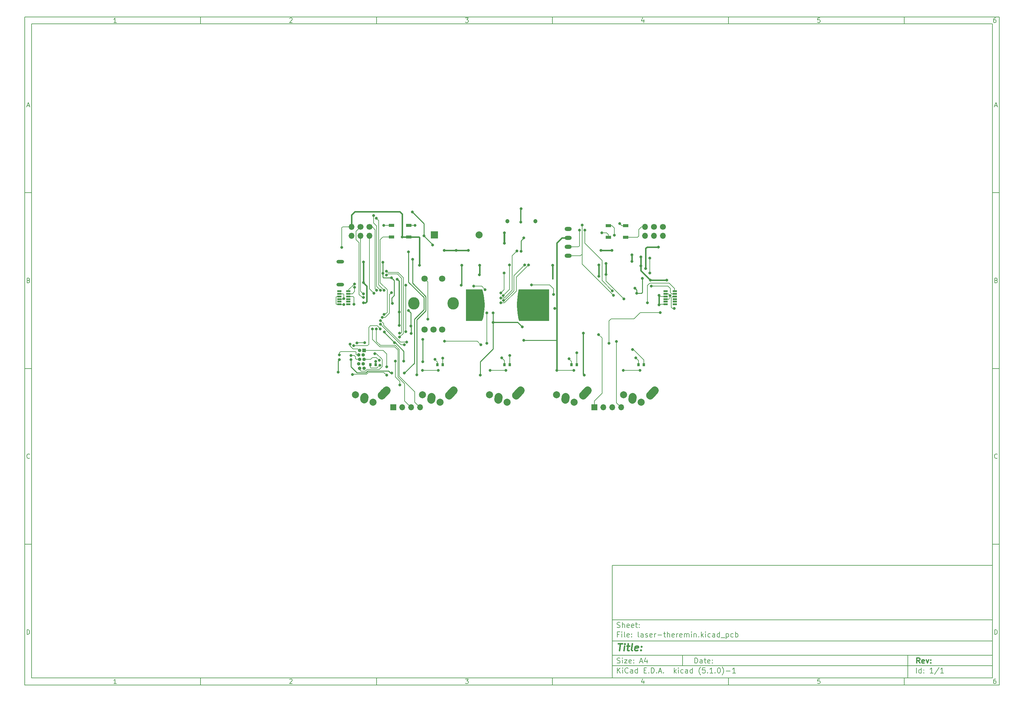
<source format=gtl>
G04 #@! TF.GenerationSoftware,KiCad,Pcbnew,(5.1.0)-1*
G04 #@! TF.CreationDate,2019-06-18T01:36:36-06:00*
G04 #@! TF.ProjectId,laser-theremin,6c617365-722d-4746-9865-72656d696e2e,rev?*
G04 #@! TF.SameCoordinates,Original*
G04 #@! TF.FileFunction,Copper,L1,Top*
G04 #@! TF.FilePolarity,Positive*
%FSLAX46Y46*%
G04 Gerber Fmt 4.6, Leading zero omitted, Abs format (unit mm)*
G04 Created by KiCad (PCBNEW (5.1.0)-1) date 2019-06-18 01:36:36*
%MOMM*%
%LPD*%
G04 APERTURE LIST*
%ADD10C,0.100000*%
%ADD11C,0.150000*%
%ADD12C,0.300000*%
%ADD13C,0.400000*%
%ADD14C,0.010000*%
%ADD15R,0.762000X0.889000*%
%ADD16O,1.000000X1.000000*%
%ADD17R,1.000000X1.000000*%
%ADD18R,1.498600X0.899160*%
%ADD19R,1.200000X0.550000*%
%ADD20C,1.800000*%
%ADD21O,3.200000X3.500000*%
%ADD22C,2.250000*%
%ADD23C,2.250000*%
%ADD24C,2.000000*%
%ADD25R,2.000000X2.000000*%
%ADD26C,1.700000*%
%ADD27O,1.700000X1.700000*%
%ADD28C,1.200000*%
%ADD29O,2.150000X1.050000*%
%ADD30O,2.000000X1.200000*%
%ADD31R,1.700000X1.700000*%
%ADD32C,0.800000*%
%ADD33C,0.177800*%
%ADD34C,0.381000*%
%ADD35C,0.508000*%
%ADD36C,0.254000*%
%ADD37C,0.304800*%
%ADD38C,0.200000*%
G04 APERTURE END LIST*
D10*
D11*
X177002200Y-166007200D02*
X177002200Y-198007200D01*
X285002200Y-198007200D01*
X285002200Y-166007200D01*
X177002200Y-166007200D01*
D10*
D11*
X10000000Y-10000000D02*
X10000000Y-200007200D01*
X287002200Y-200007200D01*
X287002200Y-10000000D01*
X10000000Y-10000000D01*
D10*
D11*
X12000000Y-12000000D02*
X12000000Y-198007200D01*
X285002200Y-198007200D01*
X285002200Y-12000000D01*
X12000000Y-12000000D01*
D10*
D11*
X60000000Y-12000000D02*
X60000000Y-10000000D01*
D10*
D11*
X110000000Y-12000000D02*
X110000000Y-10000000D01*
D10*
D11*
X160000000Y-12000000D02*
X160000000Y-10000000D01*
D10*
D11*
X210000000Y-12000000D02*
X210000000Y-10000000D01*
D10*
D11*
X260000000Y-12000000D02*
X260000000Y-10000000D01*
D10*
D11*
X36065476Y-11588095D02*
X35322619Y-11588095D01*
X35694047Y-11588095D02*
X35694047Y-10288095D01*
X35570238Y-10473809D01*
X35446428Y-10597619D01*
X35322619Y-10659523D01*
D10*
D11*
X85322619Y-10411904D02*
X85384523Y-10350000D01*
X85508333Y-10288095D01*
X85817857Y-10288095D01*
X85941666Y-10350000D01*
X86003571Y-10411904D01*
X86065476Y-10535714D01*
X86065476Y-10659523D01*
X86003571Y-10845238D01*
X85260714Y-11588095D01*
X86065476Y-11588095D01*
D10*
D11*
X135260714Y-10288095D02*
X136065476Y-10288095D01*
X135632142Y-10783333D01*
X135817857Y-10783333D01*
X135941666Y-10845238D01*
X136003571Y-10907142D01*
X136065476Y-11030952D01*
X136065476Y-11340476D01*
X136003571Y-11464285D01*
X135941666Y-11526190D01*
X135817857Y-11588095D01*
X135446428Y-11588095D01*
X135322619Y-11526190D01*
X135260714Y-11464285D01*
D10*
D11*
X185941666Y-10721428D02*
X185941666Y-11588095D01*
X185632142Y-10226190D02*
X185322619Y-11154761D01*
X186127380Y-11154761D01*
D10*
D11*
X236003571Y-10288095D02*
X235384523Y-10288095D01*
X235322619Y-10907142D01*
X235384523Y-10845238D01*
X235508333Y-10783333D01*
X235817857Y-10783333D01*
X235941666Y-10845238D01*
X236003571Y-10907142D01*
X236065476Y-11030952D01*
X236065476Y-11340476D01*
X236003571Y-11464285D01*
X235941666Y-11526190D01*
X235817857Y-11588095D01*
X235508333Y-11588095D01*
X235384523Y-11526190D01*
X235322619Y-11464285D01*
D10*
D11*
X285941666Y-10288095D02*
X285694047Y-10288095D01*
X285570238Y-10350000D01*
X285508333Y-10411904D01*
X285384523Y-10597619D01*
X285322619Y-10845238D01*
X285322619Y-11340476D01*
X285384523Y-11464285D01*
X285446428Y-11526190D01*
X285570238Y-11588095D01*
X285817857Y-11588095D01*
X285941666Y-11526190D01*
X286003571Y-11464285D01*
X286065476Y-11340476D01*
X286065476Y-11030952D01*
X286003571Y-10907142D01*
X285941666Y-10845238D01*
X285817857Y-10783333D01*
X285570238Y-10783333D01*
X285446428Y-10845238D01*
X285384523Y-10907142D01*
X285322619Y-11030952D01*
D10*
D11*
X60000000Y-198007200D02*
X60000000Y-200007200D01*
D10*
D11*
X110000000Y-198007200D02*
X110000000Y-200007200D01*
D10*
D11*
X160000000Y-198007200D02*
X160000000Y-200007200D01*
D10*
D11*
X210000000Y-198007200D02*
X210000000Y-200007200D01*
D10*
D11*
X260000000Y-198007200D02*
X260000000Y-200007200D01*
D10*
D11*
X36065476Y-199595295D02*
X35322619Y-199595295D01*
X35694047Y-199595295D02*
X35694047Y-198295295D01*
X35570238Y-198481009D01*
X35446428Y-198604819D01*
X35322619Y-198666723D01*
D10*
D11*
X85322619Y-198419104D02*
X85384523Y-198357200D01*
X85508333Y-198295295D01*
X85817857Y-198295295D01*
X85941666Y-198357200D01*
X86003571Y-198419104D01*
X86065476Y-198542914D01*
X86065476Y-198666723D01*
X86003571Y-198852438D01*
X85260714Y-199595295D01*
X86065476Y-199595295D01*
D10*
D11*
X135260714Y-198295295D02*
X136065476Y-198295295D01*
X135632142Y-198790533D01*
X135817857Y-198790533D01*
X135941666Y-198852438D01*
X136003571Y-198914342D01*
X136065476Y-199038152D01*
X136065476Y-199347676D01*
X136003571Y-199471485D01*
X135941666Y-199533390D01*
X135817857Y-199595295D01*
X135446428Y-199595295D01*
X135322619Y-199533390D01*
X135260714Y-199471485D01*
D10*
D11*
X185941666Y-198728628D02*
X185941666Y-199595295D01*
X185632142Y-198233390D02*
X185322619Y-199161961D01*
X186127380Y-199161961D01*
D10*
D11*
X236003571Y-198295295D02*
X235384523Y-198295295D01*
X235322619Y-198914342D01*
X235384523Y-198852438D01*
X235508333Y-198790533D01*
X235817857Y-198790533D01*
X235941666Y-198852438D01*
X236003571Y-198914342D01*
X236065476Y-199038152D01*
X236065476Y-199347676D01*
X236003571Y-199471485D01*
X235941666Y-199533390D01*
X235817857Y-199595295D01*
X235508333Y-199595295D01*
X235384523Y-199533390D01*
X235322619Y-199471485D01*
D10*
D11*
X285941666Y-198295295D02*
X285694047Y-198295295D01*
X285570238Y-198357200D01*
X285508333Y-198419104D01*
X285384523Y-198604819D01*
X285322619Y-198852438D01*
X285322619Y-199347676D01*
X285384523Y-199471485D01*
X285446428Y-199533390D01*
X285570238Y-199595295D01*
X285817857Y-199595295D01*
X285941666Y-199533390D01*
X286003571Y-199471485D01*
X286065476Y-199347676D01*
X286065476Y-199038152D01*
X286003571Y-198914342D01*
X285941666Y-198852438D01*
X285817857Y-198790533D01*
X285570238Y-198790533D01*
X285446428Y-198852438D01*
X285384523Y-198914342D01*
X285322619Y-199038152D01*
D10*
D11*
X10000000Y-60000000D02*
X12000000Y-60000000D01*
D10*
D11*
X10000000Y-110000000D02*
X12000000Y-110000000D01*
D10*
D11*
X10000000Y-160000000D02*
X12000000Y-160000000D01*
D10*
D11*
X10690476Y-35216666D02*
X11309523Y-35216666D01*
X10566666Y-35588095D02*
X11000000Y-34288095D01*
X11433333Y-35588095D01*
D10*
D11*
X11092857Y-84907142D02*
X11278571Y-84969047D01*
X11340476Y-85030952D01*
X11402380Y-85154761D01*
X11402380Y-85340476D01*
X11340476Y-85464285D01*
X11278571Y-85526190D01*
X11154761Y-85588095D01*
X10659523Y-85588095D01*
X10659523Y-84288095D01*
X11092857Y-84288095D01*
X11216666Y-84350000D01*
X11278571Y-84411904D01*
X11340476Y-84535714D01*
X11340476Y-84659523D01*
X11278571Y-84783333D01*
X11216666Y-84845238D01*
X11092857Y-84907142D01*
X10659523Y-84907142D01*
D10*
D11*
X11402380Y-135464285D02*
X11340476Y-135526190D01*
X11154761Y-135588095D01*
X11030952Y-135588095D01*
X10845238Y-135526190D01*
X10721428Y-135402380D01*
X10659523Y-135278571D01*
X10597619Y-135030952D01*
X10597619Y-134845238D01*
X10659523Y-134597619D01*
X10721428Y-134473809D01*
X10845238Y-134350000D01*
X11030952Y-134288095D01*
X11154761Y-134288095D01*
X11340476Y-134350000D01*
X11402380Y-134411904D01*
D10*
D11*
X10659523Y-185588095D02*
X10659523Y-184288095D01*
X10969047Y-184288095D01*
X11154761Y-184350000D01*
X11278571Y-184473809D01*
X11340476Y-184597619D01*
X11402380Y-184845238D01*
X11402380Y-185030952D01*
X11340476Y-185278571D01*
X11278571Y-185402380D01*
X11154761Y-185526190D01*
X10969047Y-185588095D01*
X10659523Y-185588095D01*
D10*
D11*
X287002200Y-60000000D02*
X285002200Y-60000000D01*
D10*
D11*
X287002200Y-110000000D02*
X285002200Y-110000000D01*
D10*
D11*
X287002200Y-160000000D02*
X285002200Y-160000000D01*
D10*
D11*
X285692676Y-35216666D02*
X286311723Y-35216666D01*
X285568866Y-35588095D02*
X286002200Y-34288095D01*
X286435533Y-35588095D01*
D10*
D11*
X286095057Y-84907142D02*
X286280771Y-84969047D01*
X286342676Y-85030952D01*
X286404580Y-85154761D01*
X286404580Y-85340476D01*
X286342676Y-85464285D01*
X286280771Y-85526190D01*
X286156961Y-85588095D01*
X285661723Y-85588095D01*
X285661723Y-84288095D01*
X286095057Y-84288095D01*
X286218866Y-84350000D01*
X286280771Y-84411904D01*
X286342676Y-84535714D01*
X286342676Y-84659523D01*
X286280771Y-84783333D01*
X286218866Y-84845238D01*
X286095057Y-84907142D01*
X285661723Y-84907142D01*
D10*
D11*
X286404580Y-135464285D02*
X286342676Y-135526190D01*
X286156961Y-135588095D01*
X286033152Y-135588095D01*
X285847438Y-135526190D01*
X285723628Y-135402380D01*
X285661723Y-135278571D01*
X285599819Y-135030952D01*
X285599819Y-134845238D01*
X285661723Y-134597619D01*
X285723628Y-134473809D01*
X285847438Y-134350000D01*
X286033152Y-134288095D01*
X286156961Y-134288095D01*
X286342676Y-134350000D01*
X286404580Y-134411904D01*
D10*
D11*
X285661723Y-185588095D02*
X285661723Y-184288095D01*
X285971247Y-184288095D01*
X286156961Y-184350000D01*
X286280771Y-184473809D01*
X286342676Y-184597619D01*
X286404580Y-184845238D01*
X286404580Y-185030952D01*
X286342676Y-185278571D01*
X286280771Y-185402380D01*
X286156961Y-185526190D01*
X285971247Y-185588095D01*
X285661723Y-185588095D01*
D10*
D11*
X200434342Y-193785771D02*
X200434342Y-192285771D01*
X200791485Y-192285771D01*
X201005771Y-192357200D01*
X201148628Y-192500057D01*
X201220057Y-192642914D01*
X201291485Y-192928628D01*
X201291485Y-193142914D01*
X201220057Y-193428628D01*
X201148628Y-193571485D01*
X201005771Y-193714342D01*
X200791485Y-193785771D01*
X200434342Y-193785771D01*
X202577200Y-193785771D02*
X202577200Y-193000057D01*
X202505771Y-192857200D01*
X202362914Y-192785771D01*
X202077200Y-192785771D01*
X201934342Y-192857200D01*
X202577200Y-193714342D02*
X202434342Y-193785771D01*
X202077200Y-193785771D01*
X201934342Y-193714342D01*
X201862914Y-193571485D01*
X201862914Y-193428628D01*
X201934342Y-193285771D01*
X202077200Y-193214342D01*
X202434342Y-193214342D01*
X202577200Y-193142914D01*
X203077200Y-192785771D02*
X203648628Y-192785771D01*
X203291485Y-192285771D02*
X203291485Y-193571485D01*
X203362914Y-193714342D01*
X203505771Y-193785771D01*
X203648628Y-193785771D01*
X204720057Y-193714342D02*
X204577200Y-193785771D01*
X204291485Y-193785771D01*
X204148628Y-193714342D01*
X204077200Y-193571485D01*
X204077200Y-193000057D01*
X204148628Y-192857200D01*
X204291485Y-192785771D01*
X204577200Y-192785771D01*
X204720057Y-192857200D01*
X204791485Y-193000057D01*
X204791485Y-193142914D01*
X204077200Y-193285771D01*
X205434342Y-193642914D02*
X205505771Y-193714342D01*
X205434342Y-193785771D01*
X205362914Y-193714342D01*
X205434342Y-193642914D01*
X205434342Y-193785771D01*
X205434342Y-192857200D02*
X205505771Y-192928628D01*
X205434342Y-193000057D01*
X205362914Y-192928628D01*
X205434342Y-192857200D01*
X205434342Y-193000057D01*
D10*
D11*
X177002200Y-194507200D02*
X285002200Y-194507200D01*
D10*
D11*
X178434342Y-196585771D02*
X178434342Y-195085771D01*
X179291485Y-196585771D02*
X178648628Y-195728628D01*
X179291485Y-195085771D02*
X178434342Y-195942914D01*
X179934342Y-196585771D02*
X179934342Y-195585771D01*
X179934342Y-195085771D02*
X179862914Y-195157200D01*
X179934342Y-195228628D01*
X180005771Y-195157200D01*
X179934342Y-195085771D01*
X179934342Y-195228628D01*
X181505771Y-196442914D02*
X181434342Y-196514342D01*
X181220057Y-196585771D01*
X181077200Y-196585771D01*
X180862914Y-196514342D01*
X180720057Y-196371485D01*
X180648628Y-196228628D01*
X180577200Y-195942914D01*
X180577200Y-195728628D01*
X180648628Y-195442914D01*
X180720057Y-195300057D01*
X180862914Y-195157200D01*
X181077200Y-195085771D01*
X181220057Y-195085771D01*
X181434342Y-195157200D01*
X181505771Y-195228628D01*
X182791485Y-196585771D02*
X182791485Y-195800057D01*
X182720057Y-195657200D01*
X182577200Y-195585771D01*
X182291485Y-195585771D01*
X182148628Y-195657200D01*
X182791485Y-196514342D02*
X182648628Y-196585771D01*
X182291485Y-196585771D01*
X182148628Y-196514342D01*
X182077200Y-196371485D01*
X182077200Y-196228628D01*
X182148628Y-196085771D01*
X182291485Y-196014342D01*
X182648628Y-196014342D01*
X182791485Y-195942914D01*
X184148628Y-196585771D02*
X184148628Y-195085771D01*
X184148628Y-196514342D02*
X184005771Y-196585771D01*
X183720057Y-196585771D01*
X183577200Y-196514342D01*
X183505771Y-196442914D01*
X183434342Y-196300057D01*
X183434342Y-195871485D01*
X183505771Y-195728628D01*
X183577200Y-195657200D01*
X183720057Y-195585771D01*
X184005771Y-195585771D01*
X184148628Y-195657200D01*
X186005771Y-195800057D02*
X186505771Y-195800057D01*
X186720057Y-196585771D02*
X186005771Y-196585771D01*
X186005771Y-195085771D01*
X186720057Y-195085771D01*
X187362914Y-196442914D02*
X187434342Y-196514342D01*
X187362914Y-196585771D01*
X187291485Y-196514342D01*
X187362914Y-196442914D01*
X187362914Y-196585771D01*
X188077200Y-196585771D02*
X188077200Y-195085771D01*
X188434342Y-195085771D01*
X188648628Y-195157200D01*
X188791485Y-195300057D01*
X188862914Y-195442914D01*
X188934342Y-195728628D01*
X188934342Y-195942914D01*
X188862914Y-196228628D01*
X188791485Y-196371485D01*
X188648628Y-196514342D01*
X188434342Y-196585771D01*
X188077200Y-196585771D01*
X189577200Y-196442914D02*
X189648628Y-196514342D01*
X189577200Y-196585771D01*
X189505771Y-196514342D01*
X189577200Y-196442914D01*
X189577200Y-196585771D01*
X190220057Y-196157200D02*
X190934342Y-196157200D01*
X190077200Y-196585771D02*
X190577200Y-195085771D01*
X191077200Y-196585771D01*
X191577200Y-196442914D02*
X191648628Y-196514342D01*
X191577200Y-196585771D01*
X191505771Y-196514342D01*
X191577200Y-196442914D01*
X191577200Y-196585771D01*
X194577200Y-196585771D02*
X194577200Y-195085771D01*
X194720057Y-196014342D02*
X195148628Y-196585771D01*
X195148628Y-195585771D02*
X194577200Y-196157200D01*
X195791485Y-196585771D02*
X195791485Y-195585771D01*
X195791485Y-195085771D02*
X195720057Y-195157200D01*
X195791485Y-195228628D01*
X195862914Y-195157200D01*
X195791485Y-195085771D01*
X195791485Y-195228628D01*
X197148628Y-196514342D02*
X197005771Y-196585771D01*
X196720057Y-196585771D01*
X196577200Y-196514342D01*
X196505771Y-196442914D01*
X196434342Y-196300057D01*
X196434342Y-195871485D01*
X196505771Y-195728628D01*
X196577200Y-195657200D01*
X196720057Y-195585771D01*
X197005771Y-195585771D01*
X197148628Y-195657200D01*
X198434342Y-196585771D02*
X198434342Y-195800057D01*
X198362914Y-195657200D01*
X198220057Y-195585771D01*
X197934342Y-195585771D01*
X197791485Y-195657200D01*
X198434342Y-196514342D02*
X198291485Y-196585771D01*
X197934342Y-196585771D01*
X197791485Y-196514342D01*
X197720057Y-196371485D01*
X197720057Y-196228628D01*
X197791485Y-196085771D01*
X197934342Y-196014342D01*
X198291485Y-196014342D01*
X198434342Y-195942914D01*
X199791485Y-196585771D02*
X199791485Y-195085771D01*
X199791485Y-196514342D02*
X199648628Y-196585771D01*
X199362914Y-196585771D01*
X199220057Y-196514342D01*
X199148628Y-196442914D01*
X199077200Y-196300057D01*
X199077200Y-195871485D01*
X199148628Y-195728628D01*
X199220057Y-195657200D01*
X199362914Y-195585771D01*
X199648628Y-195585771D01*
X199791485Y-195657200D01*
X202077200Y-197157200D02*
X202005771Y-197085771D01*
X201862914Y-196871485D01*
X201791485Y-196728628D01*
X201720057Y-196514342D01*
X201648628Y-196157200D01*
X201648628Y-195871485D01*
X201720057Y-195514342D01*
X201791485Y-195300057D01*
X201862914Y-195157200D01*
X202005771Y-194942914D01*
X202077200Y-194871485D01*
X203362914Y-195085771D02*
X202648628Y-195085771D01*
X202577200Y-195800057D01*
X202648628Y-195728628D01*
X202791485Y-195657200D01*
X203148628Y-195657200D01*
X203291485Y-195728628D01*
X203362914Y-195800057D01*
X203434342Y-195942914D01*
X203434342Y-196300057D01*
X203362914Y-196442914D01*
X203291485Y-196514342D01*
X203148628Y-196585771D01*
X202791485Y-196585771D01*
X202648628Y-196514342D01*
X202577200Y-196442914D01*
X204077200Y-196442914D02*
X204148628Y-196514342D01*
X204077200Y-196585771D01*
X204005771Y-196514342D01*
X204077200Y-196442914D01*
X204077200Y-196585771D01*
X205577200Y-196585771D02*
X204720057Y-196585771D01*
X205148628Y-196585771D02*
X205148628Y-195085771D01*
X205005771Y-195300057D01*
X204862914Y-195442914D01*
X204720057Y-195514342D01*
X206220057Y-196442914D02*
X206291485Y-196514342D01*
X206220057Y-196585771D01*
X206148628Y-196514342D01*
X206220057Y-196442914D01*
X206220057Y-196585771D01*
X207220057Y-195085771D02*
X207362914Y-195085771D01*
X207505771Y-195157200D01*
X207577200Y-195228628D01*
X207648628Y-195371485D01*
X207720057Y-195657200D01*
X207720057Y-196014342D01*
X207648628Y-196300057D01*
X207577200Y-196442914D01*
X207505771Y-196514342D01*
X207362914Y-196585771D01*
X207220057Y-196585771D01*
X207077200Y-196514342D01*
X207005771Y-196442914D01*
X206934342Y-196300057D01*
X206862914Y-196014342D01*
X206862914Y-195657200D01*
X206934342Y-195371485D01*
X207005771Y-195228628D01*
X207077200Y-195157200D01*
X207220057Y-195085771D01*
X208220057Y-197157200D02*
X208291485Y-197085771D01*
X208434342Y-196871485D01*
X208505771Y-196728628D01*
X208577200Y-196514342D01*
X208648628Y-196157200D01*
X208648628Y-195871485D01*
X208577200Y-195514342D01*
X208505771Y-195300057D01*
X208434342Y-195157200D01*
X208291485Y-194942914D01*
X208220057Y-194871485D01*
X209362914Y-196014342D02*
X210505771Y-196014342D01*
X212005771Y-196585771D02*
X211148628Y-196585771D01*
X211577200Y-196585771D02*
X211577200Y-195085771D01*
X211434342Y-195300057D01*
X211291485Y-195442914D01*
X211148628Y-195514342D01*
D10*
D11*
X177002200Y-191507200D02*
X285002200Y-191507200D01*
D10*
D12*
X264411485Y-193785771D02*
X263911485Y-193071485D01*
X263554342Y-193785771D02*
X263554342Y-192285771D01*
X264125771Y-192285771D01*
X264268628Y-192357200D01*
X264340057Y-192428628D01*
X264411485Y-192571485D01*
X264411485Y-192785771D01*
X264340057Y-192928628D01*
X264268628Y-193000057D01*
X264125771Y-193071485D01*
X263554342Y-193071485D01*
X265625771Y-193714342D02*
X265482914Y-193785771D01*
X265197200Y-193785771D01*
X265054342Y-193714342D01*
X264982914Y-193571485D01*
X264982914Y-193000057D01*
X265054342Y-192857200D01*
X265197200Y-192785771D01*
X265482914Y-192785771D01*
X265625771Y-192857200D01*
X265697200Y-193000057D01*
X265697200Y-193142914D01*
X264982914Y-193285771D01*
X266197200Y-192785771D02*
X266554342Y-193785771D01*
X266911485Y-192785771D01*
X267482914Y-193642914D02*
X267554342Y-193714342D01*
X267482914Y-193785771D01*
X267411485Y-193714342D01*
X267482914Y-193642914D01*
X267482914Y-193785771D01*
X267482914Y-192857200D02*
X267554342Y-192928628D01*
X267482914Y-193000057D01*
X267411485Y-192928628D01*
X267482914Y-192857200D01*
X267482914Y-193000057D01*
D10*
D11*
X178362914Y-193714342D02*
X178577200Y-193785771D01*
X178934342Y-193785771D01*
X179077200Y-193714342D01*
X179148628Y-193642914D01*
X179220057Y-193500057D01*
X179220057Y-193357200D01*
X179148628Y-193214342D01*
X179077200Y-193142914D01*
X178934342Y-193071485D01*
X178648628Y-193000057D01*
X178505771Y-192928628D01*
X178434342Y-192857200D01*
X178362914Y-192714342D01*
X178362914Y-192571485D01*
X178434342Y-192428628D01*
X178505771Y-192357200D01*
X178648628Y-192285771D01*
X179005771Y-192285771D01*
X179220057Y-192357200D01*
X179862914Y-193785771D02*
X179862914Y-192785771D01*
X179862914Y-192285771D02*
X179791485Y-192357200D01*
X179862914Y-192428628D01*
X179934342Y-192357200D01*
X179862914Y-192285771D01*
X179862914Y-192428628D01*
X180434342Y-192785771D02*
X181220057Y-192785771D01*
X180434342Y-193785771D01*
X181220057Y-193785771D01*
X182362914Y-193714342D02*
X182220057Y-193785771D01*
X181934342Y-193785771D01*
X181791485Y-193714342D01*
X181720057Y-193571485D01*
X181720057Y-193000057D01*
X181791485Y-192857200D01*
X181934342Y-192785771D01*
X182220057Y-192785771D01*
X182362914Y-192857200D01*
X182434342Y-193000057D01*
X182434342Y-193142914D01*
X181720057Y-193285771D01*
X183077200Y-193642914D02*
X183148628Y-193714342D01*
X183077200Y-193785771D01*
X183005771Y-193714342D01*
X183077200Y-193642914D01*
X183077200Y-193785771D01*
X183077200Y-192857200D02*
X183148628Y-192928628D01*
X183077200Y-193000057D01*
X183005771Y-192928628D01*
X183077200Y-192857200D01*
X183077200Y-193000057D01*
X184862914Y-193357200D02*
X185577200Y-193357200D01*
X184720057Y-193785771D02*
X185220057Y-192285771D01*
X185720057Y-193785771D01*
X186862914Y-192785771D02*
X186862914Y-193785771D01*
X186505771Y-192214342D02*
X186148628Y-193285771D01*
X187077200Y-193285771D01*
D10*
D11*
X263434342Y-196585771D02*
X263434342Y-195085771D01*
X264791485Y-196585771D02*
X264791485Y-195085771D01*
X264791485Y-196514342D02*
X264648628Y-196585771D01*
X264362914Y-196585771D01*
X264220057Y-196514342D01*
X264148628Y-196442914D01*
X264077200Y-196300057D01*
X264077200Y-195871485D01*
X264148628Y-195728628D01*
X264220057Y-195657200D01*
X264362914Y-195585771D01*
X264648628Y-195585771D01*
X264791485Y-195657200D01*
X265505771Y-196442914D02*
X265577200Y-196514342D01*
X265505771Y-196585771D01*
X265434342Y-196514342D01*
X265505771Y-196442914D01*
X265505771Y-196585771D01*
X265505771Y-195657200D02*
X265577200Y-195728628D01*
X265505771Y-195800057D01*
X265434342Y-195728628D01*
X265505771Y-195657200D01*
X265505771Y-195800057D01*
X268148628Y-196585771D02*
X267291485Y-196585771D01*
X267720057Y-196585771D02*
X267720057Y-195085771D01*
X267577200Y-195300057D01*
X267434342Y-195442914D01*
X267291485Y-195514342D01*
X269862914Y-195014342D02*
X268577200Y-196942914D01*
X271148628Y-196585771D02*
X270291485Y-196585771D01*
X270720057Y-196585771D02*
X270720057Y-195085771D01*
X270577200Y-195300057D01*
X270434342Y-195442914D01*
X270291485Y-195514342D01*
D10*
D11*
X177002200Y-187507200D02*
X285002200Y-187507200D01*
D10*
D13*
X178714580Y-188211961D02*
X179857438Y-188211961D01*
X179036009Y-190211961D02*
X179286009Y-188211961D01*
X180274104Y-190211961D02*
X180440771Y-188878628D01*
X180524104Y-188211961D02*
X180416961Y-188307200D01*
X180500295Y-188402438D01*
X180607438Y-188307200D01*
X180524104Y-188211961D01*
X180500295Y-188402438D01*
X181107438Y-188878628D02*
X181869342Y-188878628D01*
X181476485Y-188211961D02*
X181262200Y-189926247D01*
X181333628Y-190116723D01*
X181512200Y-190211961D01*
X181702676Y-190211961D01*
X182655057Y-190211961D02*
X182476485Y-190116723D01*
X182405057Y-189926247D01*
X182619342Y-188211961D01*
X184190771Y-190116723D02*
X183988390Y-190211961D01*
X183607438Y-190211961D01*
X183428866Y-190116723D01*
X183357438Y-189926247D01*
X183452676Y-189164342D01*
X183571723Y-188973866D01*
X183774104Y-188878628D01*
X184155057Y-188878628D01*
X184333628Y-188973866D01*
X184405057Y-189164342D01*
X184381247Y-189354819D01*
X183405057Y-189545295D01*
X185155057Y-190021485D02*
X185238390Y-190116723D01*
X185131247Y-190211961D01*
X185047914Y-190116723D01*
X185155057Y-190021485D01*
X185131247Y-190211961D01*
X185286009Y-188973866D02*
X185369342Y-189069104D01*
X185262200Y-189164342D01*
X185178866Y-189069104D01*
X185286009Y-188973866D01*
X185262200Y-189164342D01*
D10*
D11*
X178934342Y-185600057D02*
X178434342Y-185600057D01*
X178434342Y-186385771D02*
X178434342Y-184885771D01*
X179148628Y-184885771D01*
X179720057Y-186385771D02*
X179720057Y-185385771D01*
X179720057Y-184885771D02*
X179648628Y-184957200D01*
X179720057Y-185028628D01*
X179791485Y-184957200D01*
X179720057Y-184885771D01*
X179720057Y-185028628D01*
X180648628Y-186385771D02*
X180505771Y-186314342D01*
X180434342Y-186171485D01*
X180434342Y-184885771D01*
X181791485Y-186314342D02*
X181648628Y-186385771D01*
X181362914Y-186385771D01*
X181220057Y-186314342D01*
X181148628Y-186171485D01*
X181148628Y-185600057D01*
X181220057Y-185457200D01*
X181362914Y-185385771D01*
X181648628Y-185385771D01*
X181791485Y-185457200D01*
X181862914Y-185600057D01*
X181862914Y-185742914D01*
X181148628Y-185885771D01*
X182505771Y-186242914D02*
X182577200Y-186314342D01*
X182505771Y-186385771D01*
X182434342Y-186314342D01*
X182505771Y-186242914D01*
X182505771Y-186385771D01*
X182505771Y-185457200D02*
X182577200Y-185528628D01*
X182505771Y-185600057D01*
X182434342Y-185528628D01*
X182505771Y-185457200D01*
X182505771Y-185600057D01*
X184577200Y-186385771D02*
X184434342Y-186314342D01*
X184362914Y-186171485D01*
X184362914Y-184885771D01*
X185791485Y-186385771D02*
X185791485Y-185600057D01*
X185720057Y-185457200D01*
X185577200Y-185385771D01*
X185291485Y-185385771D01*
X185148628Y-185457200D01*
X185791485Y-186314342D02*
X185648628Y-186385771D01*
X185291485Y-186385771D01*
X185148628Y-186314342D01*
X185077200Y-186171485D01*
X185077200Y-186028628D01*
X185148628Y-185885771D01*
X185291485Y-185814342D01*
X185648628Y-185814342D01*
X185791485Y-185742914D01*
X186434342Y-186314342D02*
X186577200Y-186385771D01*
X186862914Y-186385771D01*
X187005771Y-186314342D01*
X187077200Y-186171485D01*
X187077200Y-186100057D01*
X187005771Y-185957200D01*
X186862914Y-185885771D01*
X186648628Y-185885771D01*
X186505771Y-185814342D01*
X186434342Y-185671485D01*
X186434342Y-185600057D01*
X186505771Y-185457200D01*
X186648628Y-185385771D01*
X186862914Y-185385771D01*
X187005771Y-185457200D01*
X188291485Y-186314342D02*
X188148628Y-186385771D01*
X187862914Y-186385771D01*
X187720057Y-186314342D01*
X187648628Y-186171485D01*
X187648628Y-185600057D01*
X187720057Y-185457200D01*
X187862914Y-185385771D01*
X188148628Y-185385771D01*
X188291485Y-185457200D01*
X188362914Y-185600057D01*
X188362914Y-185742914D01*
X187648628Y-185885771D01*
X189005771Y-186385771D02*
X189005771Y-185385771D01*
X189005771Y-185671485D02*
X189077200Y-185528628D01*
X189148628Y-185457200D01*
X189291485Y-185385771D01*
X189434342Y-185385771D01*
X189934342Y-185814342D02*
X191077200Y-185814342D01*
X191577200Y-185385771D02*
X192148628Y-185385771D01*
X191791485Y-184885771D02*
X191791485Y-186171485D01*
X191862914Y-186314342D01*
X192005771Y-186385771D01*
X192148628Y-186385771D01*
X192648628Y-186385771D02*
X192648628Y-184885771D01*
X193291485Y-186385771D02*
X193291485Y-185600057D01*
X193220057Y-185457200D01*
X193077200Y-185385771D01*
X192862914Y-185385771D01*
X192720057Y-185457200D01*
X192648628Y-185528628D01*
X194577200Y-186314342D02*
X194434342Y-186385771D01*
X194148628Y-186385771D01*
X194005771Y-186314342D01*
X193934342Y-186171485D01*
X193934342Y-185600057D01*
X194005771Y-185457200D01*
X194148628Y-185385771D01*
X194434342Y-185385771D01*
X194577200Y-185457200D01*
X194648628Y-185600057D01*
X194648628Y-185742914D01*
X193934342Y-185885771D01*
X195291485Y-186385771D02*
X195291485Y-185385771D01*
X195291485Y-185671485D02*
X195362914Y-185528628D01*
X195434342Y-185457200D01*
X195577200Y-185385771D01*
X195720057Y-185385771D01*
X196791485Y-186314342D02*
X196648628Y-186385771D01*
X196362914Y-186385771D01*
X196220057Y-186314342D01*
X196148628Y-186171485D01*
X196148628Y-185600057D01*
X196220057Y-185457200D01*
X196362914Y-185385771D01*
X196648628Y-185385771D01*
X196791485Y-185457200D01*
X196862914Y-185600057D01*
X196862914Y-185742914D01*
X196148628Y-185885771D01*
X197505771Y-186385771D02*
X197505771Y-185385771D01*
X197505771Y-185528628D02*
X197577200Y-185457200D01*
X197720057Y-185385771D01*
X197934342Y-185385771D01*
X198077200Y-185457200D01*
X198148628Y-185600057D01*
X198148628Y-186385771D01*
X198148628Y-185600057D02*
X198220057Y-185457200D01*
X198362914Y-185385771D01*
X198577200Y-185385771D01*
X198720057Y-185457200D01*
X198791485Y-185600057D01*
X198791485Y-186385771D01*
X199505771Y-186385771D02*
X199505771Y-185385771D01*
X199505771Y-184885771D02*
X199434342Y-184957200D01*
X199505771Y-185028628D01*
X199577200Y-184957200D01*
X199505771Y-184885771D01*
X199505771Y-185028628D01*
X200220057Y-185385771D02*
X200220057Y-186385771D01*
X200220057Y-185528628D02*
X200291485Y-185457200D01*
X200434342Y-185385771D01*
X200648628Y-185385771D01*
X200791485Y-185457200D01*
X200862914Y-185600057D01*
X200862914Y-186385771D01*
X201577200Y-186242914D02*
X201648628Y-186314342D01*
X201577200Y-186385771D01*
X201505771Y-186314342D01*
X201577200Y-186242914D01*
X201577200Y-186385771D01*
X202291485Y-186385771D02*
X202291485Y-184885771D01*
X202434342Y-185814342D02*
X202862914Y-186385771D01*
X202862914Y-185385771D02*
X202291485Y-185957200D01*
X203505771Y-186385771D02*
X203505771Y-185385771D01*
X203505771Y-184885771D02*
X203434342Y-184957200D01*
X203505771Y-185028628D01*
X203577200Y-184957200D01*
X203505771Y-184885771D01*
X203505771Y-185028628D01*
X204862914Y-186314342D02*
X204720057Y-186385771D01*
X204434342Y-186385771D01*
X204291485Y-186314342D01*
X204220057Y-186242914D01*
X204148628Y-186100057D01*
X204148628Y-185671485D01*
X204220057Y-185528628D01*
X204291485Y-185457200D01*
X204434342Y-185385771D01*
X204720057Y-185385771D01*
X204862914Y-185457200D01*
X206148628Y-186385771D02*
X206148628Y-185600057D01*
X206077200Y-185457200D01*
X205934342Y-185385771D01*
X205648628Y-185385771D01*
X205505771Y-185457200D01*
X206148628Y-186314342D02*
X206005771Y-186385771D01*
X205648628Y-186385771D01*
X205505771Y-186314342D01*
X205434342Y-186171485D01*
X205434342Y-186028628D01*
X205505771Y-185885771D01*
X205648628Y-185814342D01*
X206005771Y-185814342D01*
X206148628Y-185742914D01*
X207505771Y-186385771D02*
X207505771Y-184885771D01*
X207505771Y-186314342D02*
X207362914Y-186385771D01*
X207077200Y-186385771D01*
X206934342Y-186314342D01*
X206862914Y-186242914D01*
X206791485Y-186100057D01*
X206791485Y-185671485D01*
X206862914Y-185528628D01*
X206934342Y-185457200D01*
X207077200Y-185385771D01*
X207362914Y-185385771D01*
X207505771Y-185457200D01*
X207862914Y-186528628D02*
X209005771Y-186528628D01*
X209362914Y-185385771D02*
X209362914Y-186885771D01*
X209362914Y-185457200D02*
X209505771Y-185385771D01*
X209791485Y-185385771D01*
X209934342Y-185457200D01*
X210005771Y-185528628D01*
X210077200Y-185671485D01*
X210077200Y-186100057D01*
X210005771Y-186242914D01*
X209934342Y-186314342D01*
X209791485Y-186385771D01*
X209505771Y-186385771D01*
X209362914Y-186314342D01*
X211362914Y-186314342D02*
X211220057Y-186385771D01*
X210934342Y-186385771D01*
X210791485Y-186314342D01*
X210720057Y-186242914D01*
X210648628Y-186100057D01*
X210648628Y-185671485D01*
X210720057Y-185528628D01*
X210791485Y-185457200D01*
X210934342Y-185385771D01*
X211220057Y-185385771D01*
X211362914Y-185457200D01*
X212005771Y-186385771D02*
X212005771Y-184885771D01*
X212005771Y-185457200D02*
X212148628Y-185385771D01*
X212434342Y-185385771D01*
X212577200Y-185457200D01*
X212648628Y-185528628D01*
X212720057Y-185671485D01*
X212720057Y-186100057D01*
X212648628Y-186242914D01*
X212577200Y-186314342D01*
X212434342Y-186385771D01*
X212148628Y-186385771D01*
X212005771Y-186314342D01*
D10*
D11*
X177002200Y-181507200D02*
X285002200Y-181507200D01*
D10*
D11*
X178362914Y-183614342D02*
X178577200Y-183685771D01*
X178934342Y-183685771D01*
X179077200Y-183614342D01*
X179148628Y-183542914D01*
X179220057Y-183400057D01*
X179220057Y-183257200D01*
X179148628Y-183114342D01*
X179077200Y-183042914D01*
X178934342Y-182971485D01*
X178648628Y-182900057D01*
X178505771Y-182828628D01*
X178434342Y-182757200D01*
X178362914Y-182614342D01*
X178362914Y-182471485D01*
X178434342Y-182328628D01*
X178505771Y-182257200D01*
X178648628Y-182185771D01*
X179005771Y-182185771D01*
X179220057Y-182257200D01*
X179862914Y-183685771D02*
X179862914Y-182185771D01*
X180505771Y-183685771D02*
X180505771Y-182900057D01*
X180434342Y-182757200D01*
X180291485Y-182685771D01*
X180077200Y-182685771D01*
X179934342Y-182757200D01*
X179862914Y-182828628D01*
X181791485Y-183614342D02*
X181648628Y-183685771D01*
X181362914Y-183685771D01*
X181220057Y-183614342D01*
X181148628Y-183471485D01*
X181148628Y-182900057D01*
X181220057Y-182757200D01*
X181362914Y-182685771D01*
X181648628Y-182685771D01*
X181791485Y-182757200D01*
X181862914Y-182900057D01*
X181862914Y-183042914D01*
X181148628Y-183185771D01*
X183077200Y-183614342D02*
X182934342Y-183685771D01*
X182648628Y-183685771D01*
X182505771Y-183614342D01*
X182434342Y-183471485D01*
X182434342Y-182900057D01*
X182505771Y-182757200D01*
X182648628Y-182685771D01*
X182934342Y-182685771D01*
X183077200Y-182757200D01*
X183148628Y-182900057D01*
X183148628Y-183042914D01*
X182434342Y-183185771D01*
X183577200Y-182685771D02*
X184148628Y-182685771D01*
X183791485Y-182185771D02*
X183791485Y-183471485D01*
X183862914Y-183614342D01*
X184005771Y-183685771D01*
X184148628Y-183685771D01*
X184648628Y-183542914D02*
X184720057Y-183614342D01*
X184648628Y-183685771D01*
X184577200Y-183614342D01*
X184648628Y-183542914D01*
X184648628Y-183685771D01*
X184648628Y-182757200D02*
X184720057Y-182828628D01*
X184648628Y-182900057D01*
X184577200Y-182828628D01*
X184648628Y-182757200D01*
X184648628Y-182900057D01*
D10*
D11*
X197002200Y-191507200D02*
X197002200Y-194507200D01*
D10*
D11*
X261002200Y-191507200D02*
X261002200Y-198007200D01*
D14*
G36*
X158948000Y-96408500D02*
G01*
X150504132Y-96408500D01*
X150483356Y-96329125D01*
X150408669Y-96027546D01*
X150334538Y-95697443D01*
X150263859Y-95352560D01*
X150199529Y-95006641D01*
X150176360Y-94871886D01*
X150052106Y-94005999D01*
X149968699Y-93135918D01*
X149926084Y-92263993D01*
X149924208Y-91392576D01*
X149963017Y-90524016D01*
X150042456Y-89660666D01*
X150162471Y-88804874D01*
X150323008Y-87958992D01*
X150337076Y-87894208D01*
X150424049Y-87497333D01*
X158948000Y-87497333D01*
X158948000Y-96408500D01*
X158948000Y-96408500D01*
G37*
X158948000Y-96408500D02*
X150504132Y-96408500D01*
X150483356Y-96329125D01*
X150408669Y-96027546D01*
X150334538Y-95697443D01*
X150263859Y-95352560D01*
X150199529Y-95006641D01*
X150176360Y-94871886D01*
X150052106Y-94005999D01*
X149968699Y-93135918D01*
X149926084Y-92263993D01*
X149924208Y-91392576D01*
X149963017Y-90524016D01*
X150042456Y-89660666D01*
X150162471Y-88804874D01*
X150323008Y-87958992D01*
X150337076Y-87894208D01*
X150424049Y-87497333D01*
X158948000Y-87497333D01*
X158948000Y-96408500D01*
G36*
X139949470Y-87507917D02*
G01*
X140029376Y-87772500D01*
X140227895Y-88501997D01*
X140387625Y-89245772D01*
X140508322Y-90000597D01*
X140589740Y-90763241D01*
X140631634Y-91530477D01*
X140633758Y-92299074D01*
X140595868Y-93065803D01*
X140517719Y-93827436D01*
X140499357Y-93963750D01*
X140443742Y-94322432D01*
X140375442Y-94697325D01*
X140296979Y-95076964D01*
X140210875Y-95449886D01*
X140119651Y-95804627D01*
X140025828Y-96129724D01*
X140015754Y-96162233D01*
X139938877Y-96408500D01*
X135389500Y-96408500D01*
X135389500Y-87497143D01*
X139949470Y-87507917D01*
X139949470Y-87507917D01*
G37*
X139949470Y-87507917D02*
X140029376Y-87772500D01*
X140227895Y-88501997D01*
X140387625Y-89245772D01*
X140508322Y-90000597D01*
X140589740Y-90763241D01*
X140631634Y-91530477D01*
X140633758Y-92299074D01*
X140595868Y-93065803D01*
X140517719Y-93827436D01*
X140499357Y-93963750D01*
X140443742Y-94322432D01*
X140375442Y-94697325D01*
X140296979Y-95076964D01*
X140210875Y-95449886D01*
X140119651Y-95804627D01*
X140025828Y-96129724D01*
X140015754Y-96162233D01*
X139938877Y-96408500D01*
X135389500Y-96408500D01*
X135389500Y-87497143D01*
X139949470Y-87507917D01*
D15*
X184453000Y-108910000D03*
X185977000Y-108910000D03*
X108258000Y-108910000D03*
X109782000Y-108910000D03*
X127303000Y-108910000D03*
X128827000Y-108910000D03*
X146353000Y-108910000D03*
X147877000Y-108910000D03*
X165403000Y-108910000D03*
X166927000Y-108910000D03*
D16*
X105220000Y-109940000D03*
X106490000Y-109940000D03*
X104920000Y-108670000D03*
X106190000Y-108670000D03*
X105220000Y-107400000D03*
X106490000Y-107400000D03*
X104920000Y-106130000D03*
X106190000Y-106130000D03*
X105220000Y-104860000D03*
D17*
X106490000Y-104860000D03*
D18*
X119128560Y-69301540D03*
X119128560Y-72598460D03*
X114231440Y-72598460D03*
X114231440Y-69301540D03*
X180778560Y-69371540D03*
X180778560Y-72668460D03*
X175881440Y-72668460D03*
X175881440Y-69371540D03*
D19*
X194770000Y-91000000D03*
X194770000Y-90250000D03*
X194770000Y-88000000D03*
X194770000Y-88750000D03*
X194770000Y-89500000D03*
X194770000Y-91750000D03*
X192170000Y-88000000D03*
X192170000Y-88750000D03*
X192170000Y-89500000D03*
X192170000Y-90250000D03*
X192170000Y-91000000D03*
X192170000Y-91750000D03*
X99410000Y-91750000D03*
X99410000Y-91000000D03*
X99410000Y-90250000D03*
X99410000Y-89500000D03*
X99410000Y-88750000D03*
X99410000Y-88000000D03*
X102010000Y-91750000D03*
X102010000Y-89500000D03*
X102010000Y-88750000D03*
X102010000Y-88000000D03*
X102010000Y-90250000D03*
X102010000Y-91000000D03*
D20*
X126170000Y-98930000D03*
X128670000Y-84430000D03*
X123670000Y-84430000D03*
X123670000Y-98930000D03*
X128670000Y-98930000D03*
D21*
X131770000Y-91430000D03*
X120570000Y-91430000D03*
D22*
X106480000Y-118390000D03*
D23*
X106505506Y-118015868D02*
X106454494Y-118764132D01*
D24*
X108990000Y-119540000D03*
X103990000Y-117440000D03*
D22*
X111490000Y-117640000D03*
X112145005Y-116910004D03*
D23*
X112800000Y-116180000D02*
X111490010Y-117640008D01*
D22*
X125555000Y-118410000D03*
D23*
X125580506Y-118035868D02*
X125529494Y-118784132D01*
D24*
X128065000Y-119560000D03*
X123065000Y-117460000D03*
D22*
X130565000Y-117660000D03*
X131220005Y-116930004D03*
D23*
X131875000Y-116200000D02*
X130565010Y-117660008D01*
D22*
X144605000Y-118410000D03*
D23*
X144630506Y-118035868D02*
X144579494Y-118784132D01*
D24*
X147115000Y-119560000D03*
X142115000Y-117460000D03*
D22*
X149615000Y-117660000D03*
X150270005Y-116930004D03*
D23*
X150925000Y-116200000D02*
X149615010Y-117660008D01*
D22*
X163655000Y-118410000D03*
D23*
X163680506Y-118035868D02*
X163629494Y-118784132D01*
D24*
X166165000Y-119560000D03*
X161165000Y-117460000D03*
D22*
X168665000Y-117660000D03*
X169320005Y-116930004D03*
D23*
X169975000Y-116200000D02*
X168665010Y-117660008D01*
D22*
X182705000Y-118410000D03*
D23*
X182730506Y-118035868D02*
X182679494Y-118784132D01*
D24*
X185215000Y-119560000D03*
X180215000Y-117460000D03*
D22*
X187715000Y-117660000D03*
X188370005Y-116930004D03*
D23*
X189025000Y-116200000D02*
X187715010Y-117660008D01*
D24*
X139150000Y-72000000D03*
D25*
X126450000Y-72000000D03*
D26*
X191340000Y-69710000D03*
D27*
X191340000Y-72250000D03*
D26*
X188800000Y-69710000D03*
D27*
X188800000Y-72250000D03*
X186260000Y-69710000D03*
X186260000Y-72250000D03*
D26*
X107990000Y-69710000D03*
D27*
X107990000Y-72250000D03*
D26*
X105450000Y-69710000D03*
D27*
X105450000Y-72250000D03*
X102910000Y-69710000D03*
X102910000Y-72250000D03*
D28*
X155130000Y-68090000D03*
X147150000Y-68090000D03*
D29*
X99650000Y-79645000D03*
X99650000Y-86095000D03*
D30*
X164430000Y-70340000D03*
X164430000Y-72880000D03*
X164430000Y-75420000D03*
X164430000Y-77960000D03*
D31*
X171870000Y-121040000D03*
D27*
X174410000Y-121040000D03*
X176950000Y-121040000D03*
X179490000Y-121040000D03*
X122350000Y-121050000D03*
X119810000Y-121050000D03*
X117270000Y-121050000D03*
D31*
X114730000Y-121050000D03*
D32*
X112020000Y-69290000D03*
X185100000Y-78290000D03*
X185100000Y-80760000D03*
X190280000Y-89190000D03*
X146320000Y-71400000D03*
X146320000Y-74370000D03*
X187820000Y-84900000D03*
X192490000Y-84870000D03*
X190260000Y-91850000D03*
X143090000Y-96910000D03*
X143100000Y-94140000D03*
X106300000Y-85520000D03*
X173150000Y-83770000D03*
X173140000Y-80520000D03*
X139270000Y-80600000D03*
X139250000Y-83370000D03*
X106300000Y-79720000D03*
X139480000Y-111910000D03*
X160020000Y-80620000D03*
X177580000Y-72100000D03*
X176870000Y-76370000D03*
X173750000Y-76360000D03*
X99410000Y-107440000D03*
X99050000Y-111050000D03*
X110800000Y-107680000D03*
X116590000Y-114690000D03*
X123150000Y-108030000D03*
X123140000Y-101740000D03*
X111830000Y-82890000D03*
X111820000Y-79790000D03*
X112180000Y-99560000D03*
X115120000Y-102660000D03*
X114270000Y-84200000D03*
X100710000Y-91790000D03*
X106290000Y-91280000D03*
X117750000Y-107890000D03*
X119780000Y-97900000D03*
X119810000Y-100040000D03*
X115320000Y-107910000D03*
X168770000Y-99920000D03*
X169040000Y-111860000D03*
X151020000Y-68320000D03*
X151060000Y-64550000D03*
X114500000Y-91480000D03*
X119100000Y-93470000D03*
X125950000Y-74880000D03*
X123440000Y-72280000D03*
X120180000Y-65500000D03*
X123080000Y-110530000D03*
X127570000Y-110530000D03*
X142300000Y-110530000D03*
X146730000Y-110530000D03*
X161250000Y-110530000D03*
X166060000Y-110530000D03*
X180090000Y-110530000D03*
X184820000Y-110530000D03*
X100100000Y-75590000D03*
X117330000Y-72620000D03*
X122230000Y-80670000D03*
X175190000Y-80120000D03*
X175190000Y-83260000D03*
X180320000Y-90220000D03*
X151050000Y-76610000D03*
X151830000Y-72880000D03*
X151830000Y-101960000D03*
X103170000Y-111680000D03*
X112860000Y-111910000D03*
X112900000Y-109460000D03*
X116440000Y-97750000D03*
X115890000Y-84590000D03*
X116440000Y-93900000D03*
X182550000Y-77630000D03*
X182590000Y-79540000D03*
X183940000Y-88570000D03*
X185550000Y-84340000D03*
X183460000Y-87160000D03*
X100725000Y-90125000D03*
X146280000Y-82870000D03*
X187660000Y-82800000D03*
X187660000Y-78590000D03*
X145310000Y-88540000D03*
X111610000Y-95470000D03*
X114240000Y-88430000D03*
X134100000Y-86290000D03*
X134210000Y-80630000D03*
X118300000Y-99500000D03*
X118340000Y-86300000D03*
X103555000Y-91695000D03*
X190620000Y-94060000D03*
X129310000Y-102240000D03*
X176090000Y-102820000D03*
X194570000Y-92920000D03*
X102500000Y-103060000D03*
X99420000Y-106150000D03*
X106640000Y-102630000D03*
X104460000Y-102770000D03*
X152080000Y-80560000D03*
X146040000Y-90640000D03*
X153200000Y-80550000D03*
X145310000Y-91340000D03*
X149860000Y-76570000D03*
X145310000Y-89940000D03*
X147750000Y-80550000D03*
X146030000Y-89240000D03*
X188040000Y-86570000D03*
X167630000Y-70600000D03*
X169170000Y-70610000D03*
X177000000Y-87880000D03*
X106290000Y-88760000D03*
X168410000Y-69220000D03*
X177330000Y-89220000D03*
X106270000Y-89770000D03*
X186960000Y-91310000D03*
X137650000Y-86590000D03*
X140860000Y-87590000D03*
X116550000Y-99975000D03*
X112810000Y-83415000D03*
X116550000Y-101025000D03*
X112810000Y-82365000D03*
X109160000Y-66480000D03*
X111100000Y-87730000D03*
X112170000Y-87780000D03*
X109910000Y-67220000D03*
X109260000Y-88560000D03*
X110010000Y-87720000D03*
X120930000Y-69290000D03*
X174000000Y-71380000D03*
X164680000Y-107250000D03*
X112140000Y-94610000D03*
X124590000Y-95950000D03*
X109780000Y-107950000D03*
X110920000Y-109040000D03*
X126580000Y-107410000D03*
X128820000Y-107010000D03*
X147880000Y-106290000D03*
X145610000Y-106960000D03*
X166910000Y-105520000D03*
X183690000Y-107000000D03*
X182710000Y-104580000D03*
X121460000Y-111780000D03*
X151380000Y-98170000D03*
X136100000Y-76370000D03*
X129220000Y-76360000D03*
X132630000Y-76370000D03*
X160620000Y-92920000D03*
X154080000Y-86190000D03*
X160320000Y-88950000D03*
X193390000Y-89260000D03*
X139680000Y-103210000D03*
X103770000Y-86930000D03*
X103770000Y-85930000D03*
X120240000Y-78900000D03*
X186460000Y-81600000D03*
X190110000Y-75430000D03*
X178160000Y-102330000D03*
X173080000Y-100320000D03*
X179080000Y-68750000D03*
X109930000Y-98720000D03*
X108830000Y-98730000D03*
X141360000Y-94150000D03*
X141340000Y-102810000D03*
X109510000Y-105780000D03*
X102700000Y-106300000D03*
X103500000Y-103530000D03*
X111030000Y-98720000D03*
X111140000Y-96390000D03*
X118570000Y-102490000D03*
X111120000Y-97400000D03*
X117860000Y-103210000D03*
X102710000Y-107430000D03*
X114360000Y-111300000D03*
X117870000Y-111310000D03*
X119110000Y-76850000D03*
D33*
X112031540Y-69301540D02*
X112020000Y-69290000D01*
X114231440Y-69301540D02*
X112031540Y-69301540D01*
X99510000Y-89500000D02*
X98690000Y-89500000D01*
X98690000Y-89500000D02*
X98470000Y-89720000D01*
X98470000Y-89720000D02*
X98470000Y-91620000D01*
X98600000Y-91750000D02*
X99510000Y-91750000D01*
X98470000Y-91620000D02*
X98600000Y-91750000D01*
X192270000Y-89500000D02*
X191050000Y-89500000D01*
D34*
X185100000Y-78290000D02*
X185100000Y-80760000D01*
D33*
X191050000Y-89500000D02*
X190590000Y-89500000D01*
X190590000Y-89500000D02*
X190280000Y-89190000D01*
D35*
X146320000Y-71400000D02*
X146320000Y-74370000D01*
D34*
X185100000Y-80760000D02*
X185100000Y-82180000D01*
X185100000Y-82180000D02*
X187820000Y-84900000D01*
X187820000Y-84900000D02*
X192460000Y-84900000D01*
X192460000Y-84900000D02*
X192490000Y-84870000D01*
X190280000Y-89190000D02*
X190280000Y-91830000D01*
X190280000Y-91830000D02*
X190260000Y-91850000D01*
D33*
X190360000Y-91750000D02*
X190260000Y-91850000D01*
X192270000Y-91750000D02*
X190360000Y-91750000D01*
D36*
X143090000Y-96910000D02*
X143090000Y-94150000D01*
X143090000Y-94150000D02*
X143100000Y-94140000D01*
D34*
X173150000Y-83770000D02*
X173150000Y-80530000D01*
X173150000Y-80530000D02*
X173140000Y-80520000D01*
X139270000Y-80600000D02*
X139270000Y-83350000D01*
X139270000Y-83350000D02*
X139250000Y-83370000D01*
X106300000Y-85520000D02*
X106300000Y-79720000D01*
D36*
X143090000Y-96910000D02*
X143090000Y-101100000D01*
X143090000Y-101100000D02*
X143090000Y-104440000D01*
X143090000Y-104440000D02*
X139490000Y-108040000D01*
X139490000Y-108040000D02*
X139490000Y-111900000D01*
X139490000Y-111900000D02*
X139480000Y-111910000D01*
D34*
X160020000Y-80620000D02*
X160020000Y-84400000D01*
D33*
X175881440Y-69371540D02*
X176881540Y-69371540D01*
X177580000Y-70070000D02*
X177580000Y-72100000D01*
X176881540Y-69371540D02*
X177580000Y-70070000D01*
D34*
X176870000Y-76370000D02*
X173760000Y-76370000D01*
X173760000Y-76370000D02*
X173750000Y-76360000D01*
D36*
X99410000Y-107440000D02*
X99050000Y-107800000D01*
X99050000Y-107800000D02*
X99050000Y-111050000D01*
D33*
X106440000Y-107400000D02*
X108320000Y-107400000D01*
X108320000Y-107400000D02*
X108870000Y-106850000D01*
X108870000Y-106850000D02*
X109970000Y-106850000D01*
X109970000Y-106850000D02*
X110800000Y-107680000D01*
D36*
X123150000Y-108030000D02*
X123150000Y-101750000D01*
X123150000Y-101750000D02*
X123140000Y-101740000D01*
X111830000Y-82890000D02*
X111830000Y-79800000D01*
X111830000Y-79800000D02*
X111820000Y-79790000D01*
X112180000Y-99560000D02*
X112180000Y-99720000D01*
X112180000Y-99720000D02*
X115120000Y-102660000D01*
X114340000Y-89910000D02*
X115050000Y-89200000D01*
X115050000Y-89200000D02*
X115050000Y-84980000D01*
X115050000Y-84980000D02*
X114270000Y-84200000D01*
X111830000Y-82890000D02*
X111830000Y-84050000D01*
X111980000Y-84200000D02*
X114270000Y-84200000D01*
X111830000Y-84050000D02*
X111980000Y-84200000D01*
D33*
X99550000Y-91790000D02*
X99510000Y-91750000D01*
X100710000Y-91790000D02*
X99550000Y-91790000D01*
D34*
X106290000Y-91280000D02*
X106910000Y-91280000D01*
X106910000Y-91280000D02*
X107220000Y-90970000D01*
X107220000Y-90970000D02*
X107220000Y-86520000D01*
D36*
X106300000Y-85600000D02*
X106300000Y-85520000D01*
D34*
X107220000Y-86520000D02*
X106300000Y-85600000D01*
D36*
X115120000Y-102660000D02*
X115330000Y-102660000D01*
X115330000Y-102660000D02*
X117750000Y-105080000D01*
X117750000Y-105080000D02*
X117750000Y-107890000D01*
X119780000Y-97900000D02*
X119810000Y-97930000D01*
X119810000Y-97930000D02*
X119810000Y-100040000D01*
D33*
X116590000Y-113640000D02*
X116590000Y-114690000D01*
X115320000Y-112370000D02*
X116590000Y-113640000D01*
X115320000Y-107700000D02*
X115320000Y-112370000D01*
D37*
X168770000Y-99920000D02*
X168770000Y-111590000D01*
X168770000Y-111590000D02*
X169040000Y-111860000D01*
X151020000Y-68320000D02*
X151020000Y-64590000D01*
X151020000Y-64590000D02*
X151060000Y-64550000D01*
D36*
X114340000Y-89910000D02*
X114340000Y-91320000D01*
X114340000Y-91320000D02*
X114500000Y-91480000D01*
X119780000Y-97900000D02*
X119780000Y-94150000D01*
X119780000Y-94150000D02*
X119100000Y-93470000D01*
X125950000Y-74880000D02*
X125950000Y-74790000D01*
X125950000Y-74790000D02*
X123440000Y-72280000D01*
X123440000Y-72280000D02*
X123440000Y-68760000D01*
X123440000Y-68760000D02*
X120180000Y-65500000D01*
D33*
X123080000Y-110530000D02*
X127570000Y-110530000D01*
X142300000Y-110530000D02*
X146730000Y-110530000D01*
X161250000Y-110530000D02*
X166060000Y-110530000D01*
X180090000Y-110530000D02*
X184820000Y-110530000D01*
X102910000Y-69710000D02*
X100380000Y-69710000D01*
X100380000Y-69710000D02*
X100100000Y-69990000D01*
X100100000Y-69990000D02*
X100100000Y-75590000D01*
D34*
X119128560Y-72598460D02*
X117351540Y-72598460D01*
X117351540Y-72598460D02*
X117330000Y-72620000D01*
X117330000Y-72620000D02*
X117330000Y-66070000D01*
X117330000Y-66070000D02*
X116640000Y-65380000D01*
X116640000Y-65380000D02*
X103870000Y-65380000D01*
X102910000Y-66340000D02*
X102910000Y-69710000D01*
X103870000Y-65380000D02*
X102910000Y-66340000D01*
X119128560Y-72598460D02*
X121528460Y-72598460D01*
X121528460Y-72598460D02*
X122058460Y-72598460D01*
X122058460Y-72598460D02*
X122230000Y-72770000D01*
X122230000Y-72770000D02*
X122230000Y-80670000D01*
X175190000Y-80120000D02*
X175190000Y-83260000D01*
D33*
X175190000Y-83260000D02*
X175190000Y-85090000D01*
X175190000Y-85090000D02*
X180320000Y-90220000D01*
D36*
X151050000Y-73660000D02*
X151830000Y-72880000D01*
X151050000Y-76610000D02*
X151050000Y-73660000D01*
D34*
X162660000Y-72880000D02*
X164430000Y-72880000D01*
X161250000Y-74290000D02*
X162660000Y-72880000D01*
D36*
X161250000Y-101600000D02*
X161250000Y-101800000D01*
D34*
X161250000Y-110530000D02*
X161250000Y-101600000D01*
D36*
X161090000Y-101960000D02*
X151830000Y-101960000D01*
X161250000Y-101800000D02*
X161090000Y-101960000D01*
D33*
X180778560Y-72668460D02*
X184181540Y-72668460D01*
X184181540Y-72668460D02*
X184510000Y-72340000D01*
X184510000Y-72340000D02*
X184510000Y-70450000D01*
X184510000Y-70450000D02*
X185250000Y-69710000D01*
X185250000Y-69710000D02*
X186250000Y-69710000D01*
X103170000Y-111680000D02*
X103250000Y-111600000D01*
X103250000Y-111600000D02*
X107150000Y-111600000D01*
X107150000Y-111600000D02*
X107650000Y-111100000D01*
X107650000Y-111100000D02*
X112050000Y-111100000D01*
X112050000Y-111100000D02*
X112860000Y-111910000D01*
X106440000Y-104860000D02*
X111870000Y-104860000D01*
X111870000Y-104860000D02*
X112900000Y-105890000D01*
X112900000Y-105890000D02*
X112900000Y-109460000D01*
D37*
X116440000Y-85140000D02*
X115890000Y-84590000D01*
X116440000Y-97750000D02*
X116440000Y-93900000D01*
X116440000Y-93900000D02*
X116440000Y-85140000D01*
D34*
X182550000Y-77630000D02*
X182590000Y-77670000D01*
X182590000Y-77670000D02*
X182590000Y-79540000D01*
D33*
X99510000Y-88750000D02*
X100600000Y-88750000D01*
X100600000Y-88750000D02*
X100740000Y-88890000D01*
X100740000Y-88890000D02*
X100740000Y-89430000D01*
X100740000Y-89430000D02*
X100740000Y-90110000D01*
X100600000Y-90250000D02*
X99510000Y-90250000D01*
X100740000Y-90110000D02*
X100725000Y-90125000D01*
D36*
X185290000Y-88570000D02*
X183940000Y-88570000D01*
X185550000Y-84340000D02*
X185550000Y-88310000D01*
X185550000Y-88310000D02*
X185290000Y-88570000D01*
X183940000Y-87640000D02*
X183940000Y-88570000D01*
X183460000Y-87160000D02*
X183940000Y-87640000D01*
D33*
X100725000Y-90125000D02*
X100600000Y-90250000D01*
X146270000Y-82880000D02*
X146280000Y-82870000D01*
X187660000Y-82800000D02*
X187660000Y-78590000D01*
X146280000Y-82870000D02*
X146280000Y-86630000D01*
X146280000Y-86630000D02*
X146280000Y-87570000D01*
X146280000Y-87570000D02*
X145310000Y-88540000D01*
X111610000Y-95470000D02*
X111620000Y-95460000D01*
X111620000Y-95460000D02*
X112440000Y-95460000D01*
X112440000Y-95460000D02*
X113680000Y-94220000D01*
X113680000Y-94220000D02*
X113680000Y-88990000D01*
X113680000Y-88990000D02*
X114240000Y-88430000D01*
D37*
X134100000Y-86290000D02*
X134210000Y-86180000D01*
X134210000Y-86180000D02*
X134210000Y-80630000D01*
D33*
X118340000Y-99460000D02*
X118340000Y-86300000D01*
X118300000Y-99500000D02*
X118340000Y-99460000D01*
X103500000Y-91750000D02*
X103555000Y-91695000D01*
X176090000Y-102820000D02*
X176090000Y-96450000D01*
X176090000Y-96450000D02*
X176670000Y-95870000D01*
X176670000Y-95870000D02*
X183170000Y-95870000D01*
X184980000Y-94060000D02*
X190620000Y-94060000D01*
X183170000Y-95870000D02*
X184980000Y-94060000D01*
X129310000Y-102240000D02*
X138370000Y-102240000D01*
X104890000Y-105140000D02*
X105170000Y-104860000D01*
X102500000Y-103060000D02*
X102500000Y-103550000D01*
X102500000Y-103550000D02*
X103340000Y-104390000D01*
X104700000Y-104390000D02*
X105170000Y-104860000D01*
X103340000Y-104390000D02*
X104700000Y-104390000D01*
X99420000Y-106150000D02*
X99440000Y-106130000D01*
X106640000Y-102630000D02*
X104600000Y-102630000D01*
X104600000Y-102630000D02*
X104460000Y-102770000D01*
X99420000Y-106150000D02*
X99420000Y-105540000D01*
X99420000Y-105540000D02*
X99810000Y-105150000D01*
X99810000Y-105150000D02*
X103970000Y-105150000D01*
X103970000Y-105150000D02*
X104210000Y-105390000D01*
X104210000Y-105390000D02*
X104210000Y-105970000D01*
X104370000Y-106130000D02*
X104970000Y-106130000D01*
X104210000Y-105970000D02*
X104370000Y-106130000D01*
X146040000Y-90640000D02*
X146170000Y-90640000D01*
X146320000Y-90640000D02*
X146040000Y-90640000D01*
X149070000Y-87890000D02*
X146320000Y-90640000D01*
X152080000Y-80560000D02*
X149070000Y-83570000D01*
X149070000Y-83570000D02*
X149070000Y-87890000D01*
X153210000Y-80560000D02*
X153200000Y-80550000D01*
X145310000Y-91340000D02*
X146320000Y-91340000D01*
X146320000Y-91340000D02*
X149700000Y-87960000D01*
X149700000Y-84050000D02*
X153200000Y-80550000D01*
X149700000Y-87960000D02*
X149700000Y-84050000D01*
X145310000Y-89940000D02*
X146320000Y-89940000D01*
X146320000Y-89940000D02*
X148530000Y-87730000D01*
X148530000Y-77900000D02*
X149860000Y-76570000D01*
X148530000Y-87730000D02*
X148530000Y-77900000D01*
X147750000Y-80550000D02*
X147750000Y-86660000D01*
X147750000Y-86660000D02*
X147750000Y-87510000D01*
X146030000Y-89230000D02*
X147750000Y-87510000D01*
X146030000Y-89240000D02*
X146030000Y-89230000D01*
X194670000Y-88750000D02*
X193880000Y-88750000D01*
X193880000Y-88750000D02*
X193860000Y-88750000D01*
X193860000Y-88750000D02*
X193460000Y-88350000D01*
X193460000Y-88350000D02*
X193460000Y-87250000D01*
X193460000Y-87250000D02*
X192780000Y-86570000D01*
X192780000Y-86570000D02*
X188040000Y-86570000D01*
X164430000Y-75420000D02*
X167360000Y-75420000D01*
X167360000Y-75420000D02*
X167630000Y-75150000D01*
X167630000Y-75150000D02*
X167630000Y-70600000D01*
X169170000Y-70610000D02*
X169060000Y-70720000D01*
X177000000Y-87880000D02*
X174070000Y-84950000D01*
X174070000Y-84950000D02*
X174070000Y-79250000D01*
X169170000Y-74350000D02*
X169170000Y-70610000D01*
X174070000Y-79250000D02*
X169170000Y-74350000D01*
X106180000Y-88760000D02*
X105450000Y-88030000D01*
X106290000Y-88760000D02*
X106180000Y-88760000D01*
X105450000Y-88030000D02*
X105450000Y-72250000D01*
X105050000Y-74200000D02*
X104190000Y-73340000D01*
X104190000Y-70970000D02*
X105450000Y-69710000D01*
X104190000Y-73340000D02*
X104190000Y-70970000D01*
X167920000Y-77960000D02*
X164430000Y-77960000D01*
X168410000Y-69220000D02*
X168410000Y-77470000D01*
X168410000Y-77470000D02*
X167920000Y-77960000D01*
X168410000Y-77470000D02*
X168410000Y-80300000D01*
X168410000Y-80300000D02*
X177330000Y-89220000D01*
X105920000Y-89770000D02*
X105050000Y-88900000D01*
X106270000Y-89770000D02*
X105920000Y-89770000D01*
X105050000Y-88900000D02*
X105050000Y-74200000D01*
X194670000Y-88000000D02*
X194670000Y-87260000D01*
X194670000Y-87260000D02*
X193140000Y-85730000D01*
X193140000Y-85730000D02*
X187620000Y-85730000D01*
X187620000Y-85730000D02*
X186960000Y-86390000D01*
X186960000Y-86390000D02*
X186960000Y-91310000D01*
X101910000Y-88000000D02*
X101910000Y-87890000D01*
X137650000Y-86590000D02*
X139860000Y-86590000D01*
X139860000Y-86590000D02*
X140860000Y-87590000D01*
D38*
X116963603Y-99975000D02*
X117145000Y-99793603D01*
X116550000Y-99975000D02*
X116963603Y-99975000D01*
X117145000Y-99793603D02*
X117145000Y-84353200D01*
X113110000Y-83115000D02*
X112810000Y-83415000D01*
X115906800Y-83115000D02*
X113110000Y-83115000D01*
X117145000Y-84353200D02*
X115906800Y-83115000D01*
X117595000Y-99980000D02*
X117595000Y-84166800D01*
X116550000Y-101025000D02*
X117595000Y-99980000D01*
X117595000Y-84166800D02*
X116093200Y-82665000D01*
X116093200Y-82665000D02*
X113110000Y-82665000D01*
X113110000Y-82665000D02*
X112810000Y-82365000D01*
D33*
X109160000Y-67150000D02*
X109160000Y-66670000D01*
X109160000Y-66480000D02*
X109160000Y-67310000D01*
X109160000Y-67310000D02*
X109160000Y-67150000D01*
X111100000Y-87730000D02*
X110050000Y-86680000D01*
X109160000Y-68630000D02*
X109160000Y-67310000D01*
X109750000Y-69220000D02*
X110050000Y-69520000D01*
X110050000Y-86680000D02*
X110050000Y-69520000D01*
X109750000Y-69220000D02*
X109160000Y-68630000D01*
X109890000Y-69360000D02*
X109750000Y-69220000D01*
X112170000Y-87780000D02*
X110630000Y-86240000D01*
X110630000Y-86240000D02*
X110630000Y-67940000D01*
X110630000Y-67940000D02*
X109910000Y-67220000D01*
X107990000Y-87290000D02*
X107990000Y-72250000D01*
X109260000Y-88560000D02*
X107990000Y-87290000D01*
X108790000Y-69710000D02*
X107990000Y-69710000D01*
X109600000Y-70520000D02*
X108790000Y-69710000D01*
X109600000Y-87310000D02*
X109600000Y-70520000D01*
X110010000Y-87720000D02*
X109600000Y-87310000D01*
X119140100Y-69290000D02*
X119128560Y-69301540D01*
X120930000Y-69290000D02*
X119140100Y-69290000D01*
X175881440Y-72668460D02*
X175881440Y-71871440D01*
X175881440Y-71871440D02*
X175390000Y-71380000D01*
X175390000Y-71380000D02*
X174000000Y-71380000D01*
X165403000Y-108910000D02*
X165403000Y-107973000D01*
X165403000Y-107973000D02*
X164680000Y-107250000D01*
X111831540Y-72598460D02*
X114231440Y-72598460D01*
X111040000Y-73390000D02*
X111831540Y-72598460D01*
X111040000Y-85590000D02*
X111040000Y-73390000D01*
X112140000Y-94610000D02*
X113020000Y-94120000D01*
X113020000Y-94120000D02*
X113020000Y-87570000D01*
X113020000Y-87570000D02*
X111040000Y-85590000D01*
X123560000Y-84540000D02*
X123670000Y-84430000D01*
X124590000Y-95950000D02*
X124600000Y-95940000D01*
X124600000Y-85360000D02*
X123670000Y-84430000D01*
X124600000Y-95940000D02*
X124600000Y-85360000D01*
X109770000Y-108898000D02*
X109782000Y-108910000D01*
X109782000Y-107952000D02*
X109782000Y-108910000D01*
X109780000Y-107950000D02*
X109782000Y-107952000D01*
X108258000Y-109678000D02*
X108258000Y-108910000D01*
X108420000Y-109840000D02*
X108258000Y-109678000D01*
X110120000Y-109840000D02*
X110920000Y-109040000D01*
X110110000Y-109840000D02*
X110120000Y-109840000D01*
X110110000Y-109840000D02*
X108420000Y-109840000D01*
X127303000Y-108910000D02*
X127303000Y-108133000D01*
X127303000Y-108133000D02*
X126580000Y-107410000D01*
X128820000Y-107010000D02*
X128827000Y-107017000D01*
X128827000Y-107017000D02*
X128827000Y-108910000D01*
X147877000Y-106293000D02*
X147877000Y-108910000D01*
X147880000Y-106290000D02*
X147877000Y-106293000D01*
X146353000Y-108910000D02*
X146353000Y-107703000D01*
X146353000Y-107703000D02*
X145610000Y-106960000D01*
X166927000Y-105537000D02*
X166927000Y-108910000D01*
X166910000Y-105520000D02*
X166927000Y-105537000D01*
X184453000Y-108910000D02*
X184453000Y-107763000D01*
X184453000Y-107763000D02*
X183690000Y-107000000D01*
X185980000Y-108907000D02*
X185977000Y-108910000D01*
X185977000Y-108910000D02*
X185977000Y-107587000D01*
X185977000Y-107587000D02*
X182970000Y-104580000D01*
X182970000Y-104580000D02*
X182710000Y-104580000D01*
D37*
X150120000Y-96910000D02*
X143090000Y-96910000D01*
X151380000Y-98170000D02*
X150120000Y-96910000D01*
D34*
X136100000Y-76370000D02*
X132630000Y-76370000D01*
X129230000Y-76370000D02*
X129220000Y-76360000D01*
X132630000Y-76370000D02*
X129230000Y-76370000D01*
D33*
X160650000Y-92890000D02*
X160620000Y-92920000D01*
X161250000Y-92890000D02*
X160650000Y-92890000D01*
D34*
X161250000Y-92890000D02*
X161250000Y-74290000D01*
X161250000Y-101600000D02*
X161250000Y-92890000D01*
D33*
X154080000Y-86190000D02*
X159200000Y-86190000D01*
X159200000Y-86190000D02*
X160320000Y-87310000D01*
X160320000Y-87310000D02*
X160320000Y-88950000D01*
X192270000Y-88750000D02*
X192880000Y-88750000D01*
X192880000Y-88750000D02*
X193390000Y-89260000D01*
X192270000Y-90250000D02*
X193040000Y-90250000D01*
X193390000Y-89900000D02*
X193390000Y-89260000D01*
X193040000Y-90250000D02*
X193390000Y-89900000D01*
X101910000Y-89500000D02*
X103320000Y-89500000D01*
X103555000Y-89735000D02*
X103555000Y-91695000D01*
X103320000Y-89500000D02*
X103555000Y-89735000D01*
X138370000Y-102240000D02*
X138620000Y-102240000D01*
X138620000Y-102240000D02*
X139590000Y-103210000D01*
X139590000Y-103210000D02*
X139680000Y-103210000D01*
X194670000Y-89500000D02*
X194150000Y-89500000D01*
X194150000Y-89500000D02*
X193770000Y-89880000D01*
X193770000Y-89880000D02*
X193770000Y-92590000D01*
X194100000Y-92920000D02*
X194570000Y-92920000D01*
X193770000Y-92590000D02*
X194100000Y-92920000D01*
X102010000Y-88750000D02*
X103130000Y-88750000D01*
X103130000Y-88750000D02*
X103770000Y-88110000D01*
X103770000Y-88110000D02*
X103770000Y-86930000D01*
X102010000Y-88000000D02*
X102010000Y-87690000D01*
X102010000Y-87690000D02*
X103770000Y-85930000D01*
D36*
X121460000Y-111780000D02*
X121460000Y-96140000D01*
X121460000Y-96140000D02*
X124020000Y-93580000D01*
X124020000Y-93580000D02*
X124020000Y-89530000D01*
X120240000Y-85750000D02*
X120240000Y-78900000D01*
X124020000Y-89530000D02*
X120240000Y-85750000D01*
D34*
X186460000Y-81600000D02*
X186460000Y-78990000D01*
X186460000Y-78990000D02*
X186460000Y-75820000D01*
X186460000Y-75820000D02*
X186850000Y-75430000D01*
X186850000Y-75430000D02*
X190110000Y-75430000D01*
D33*
X178170000Y-102340000D02*
X178160000Y-102330000D01*
X178160000Y-119730000D02*
X179500000Y-121070000D01*
X178160000Y-102330000D02*
X178160000Y-119730000D01*
X173090000Y-100330000D02*
X173080000Y-100320000D01*
X173090000Y-100320000D02*
X174080000Y-101310000D01*
X173080000Y-100320000D02*
X173090000Y-100320000D01*
X174080000Y-101310000D02*
X174080000Y-117040000D01*
X174080000Y-117040000D02*
X171880000Y-119240000D01*
X171880000Y-119240000D02*
X171880000Y-121070000D01*
X180778560Y-69371540D02*
X179701540Y-69371540D01*
X179701540Y-69371540D02*
X179080000Y-68750000D01*
X120880000Y-119570000D02*
X122380000Y-121070000D01*
X120880000Y-116600000D02*
X120880000Y-119570000D01*
X109930000Y-98720000D02*
X109930000Y-102290000D01*
X109930000Y-102290000D02*
X111080000Y-103440000D01*
X111080000Y-103440000D02*
X115340000Y-103440000D01*
X116485000Y-104585000D02*
X116485000Y-112205000D01*
X115340000Y-103440000D02*
X116485000Y-104585000D01*
X116485000Y-112205000D02*
X120880000Y-116600000D01*
X117990000Y-119220000D02*
X119840000Y-121070000D01*
X117990000Y-114370000D02*
X117990000Y-119220000D01*
X108830000Y-98730000D02*
X108830000Y-101730000D01*
X108830000Y-101730000D02*
X110920000Y-103820000D01*
X110920000Y-103820000D02*
X115180000Y-103820000D01*
X115180000Y-103820000D02*
X116100000Y-104740000D01*
X116100000Y-112480000D02*
X116190000Y-112570000D01*
X116100000Y-104740000D02*
X116100000Y-112480000D01*
X116190000Y-112570000D02*
X117990000Y-114370000D01*
X141360000Y-102790000D02*
X141360000Y-94150000D01*
X141340000Y-102810000D02*
X141360000Y-102790000D01*
X109510000Y-105780000D02*
X109700000Y-105780000D01*
X109960000Y-105780000D02*
X109510000Y-105780000D01*
X105170000Y-109940000D02*
X105170000Y-110290000D01*
X105170000Y-110290000D02*
X105630000Y-110750000D01*
X105630000Y-110750000D02*
X106800000Y-110750000D01*
X106800000Y-110750000D02*
X107320000Y-110230000D01*
X107320000Y-110230000D02*
X110810000Y-110230000D01*
X110810000Y-110230000D02*
X111640000Y-109400000D01*
X111640000Y-107460000D02*
X111510000Y-107330000D01*
X111640000Y-109400000D02*
X111640000Y-107460000D01*
X111650000Y-107470000D02*
X111510000Y-107330000D01*
X111510000Y-107330000D02*
X109960000Y-105780000D01*
X104260000Y-107400000D02*
X105170000Y-107400000D01*
X104030000Y-107170000D02*
X104260000Y-107400000D01*
X104030000Y-106640000D02*
X104030000Y-107170000D01*
X102700000Y-106300000D02*
X103690000Y-106300000D01*
X103690000Y-106300000D02*
X104030000Y-106640000D01*
X107800000Y-103120000D02*
X107390000Y-103530000D01*
X108260000Y-97850000D02*
X107800000Y-98310000D01*
X107390000Y-103530000D02*
X103500000Y-103530000D01*
X107800000Y-98310000D02*
X107800000Y-103120000D01*
X111030000Y-98720000D02*
X111030000Y-98700000D01*
X110180000Y-97850000D02*
X108260000Y-97850000D01*
X111030000Y-98700000D02*
X110180000Y-97850000D01*
X111140000Y-96390000D02*
X112010000Y-97260000D01*
X112010000Y-97260000D02*
X112010000Y-97740000D01*
X112010000Y-97740000D02*
X116760000Y-102490000D01*
X116760000Y-102490000D02*
X118570000Y-102490000D01*
X111120000Y-97400000D02*
X116930000Y-103210000D01*
X116930000Y-103210000D02*
X117860000Y-103210000D01*
D36*
X102710000Y-107430000D02*
X102700000Y-107440000D01*
X102710000Y-107430000D02*
X102710000Y-109500000D01*
X117870000Y-111310000D02*
X120730000Y-108450000D01*
X120730000Y-108450000D02*
X120730000Y-95990000D01*
X120730000Y-95990000D02*
X123450000Y-93270000D01*
X123450000Y-93270000D02*
X123450000Y-89800000D01*
X123450000Y-89800000D02*
X119110000Y-85460000D01*
X119110000Y-85460000D02*
X119110000Y-76850000D01*
X114360000Y-111300000D02*
X114020000Y-111300000D01*
X114020000Y-111300000D02*
X113370000Y-110650000D01*
X113370000Y-110650000D02*
X107510000Y-110650000D01*
X107510000Y-110650000D02*
X106980000Y-111180000D01*
X104390000Y-111180000D02*
X104150000Y-110940000D01*
X106980000Y-111180000D02*
X104390000Y-111180000D01*
X102710000Y-109500000D02*
X104150000Y-110940000D01*
M02*

</source>
